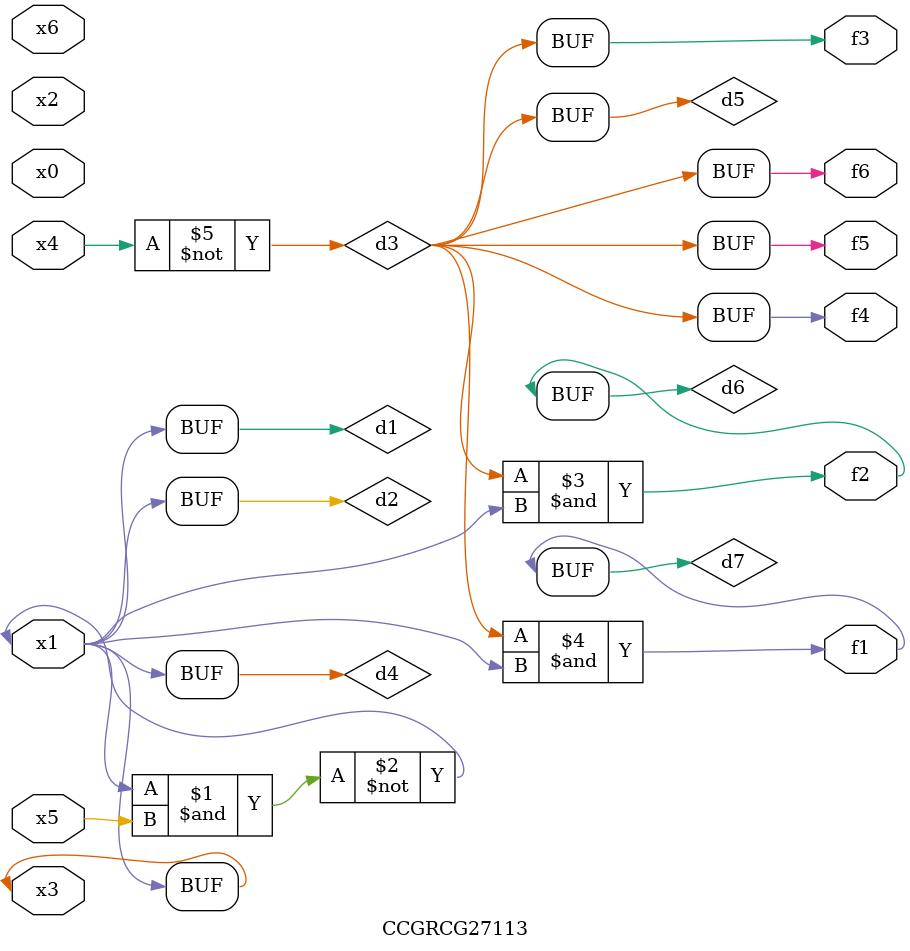
<source format=v>
module CCGRCG27113(
	input x0, x1, x2, x3, x4, x5, x6,
	output f1, f2, f3, f4, f5, f6
);

	wire d1, d2, d3, d4, d5, d6, d7;

	buf (d1, x1, x3);
	nand (d2, x1, x5);
	not (d3, x4);
	buf (d4, d1, d2);
	buf (d5, d3);
	and (d6, d3, d4);
	and (d7, d3, d4);
	assign f1 = d7;
	assign f2 = d6;
	assign f3 = d5;
	assign f4 = d5;
	assign f5 = d5;
	assign f6 = d5;
endmodule

</source>
